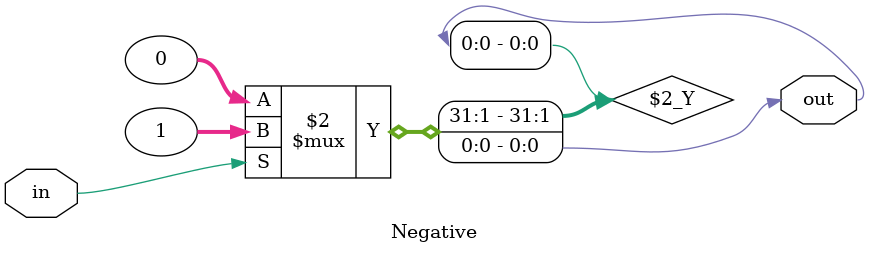
<source format=v>

module Negative(in, out);

input in;
output out;

assign out = (in == 1'b1) ? 1:0;

endmodule

</source>
